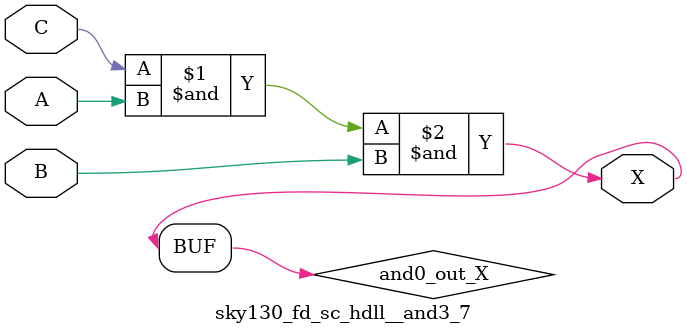
<source format=v>
module sky130_fd_sc_hdll__and3_7 (
    X,
    A,
    B,
    C
);
    output X;
    input  A;
    input  B;
    input  C;
    wire and0_out_X;
    and and0 (and0_out_X, C, A, B        );
    buf buf0 (X         , and0_out_X     );
endmodule
</source>
